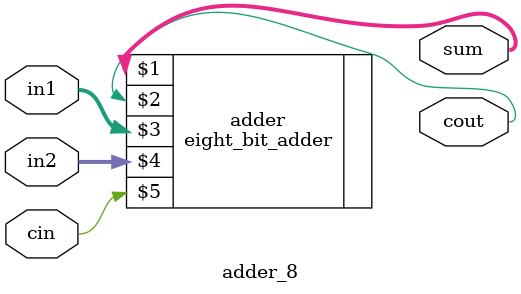
<source format=v>
module adder_8(output [7:0] sum,
                      output cout,
                      input [7:0] in1, in2,
                      input cin);

    wire [7:0] sum;
    wire cout;
    wire [7:0] in1;
    wire [7:0] in2;
    wire cin;

    eight_bit_adder adder(sum, cout, in1, in2, cin);

endmodule
</source>
